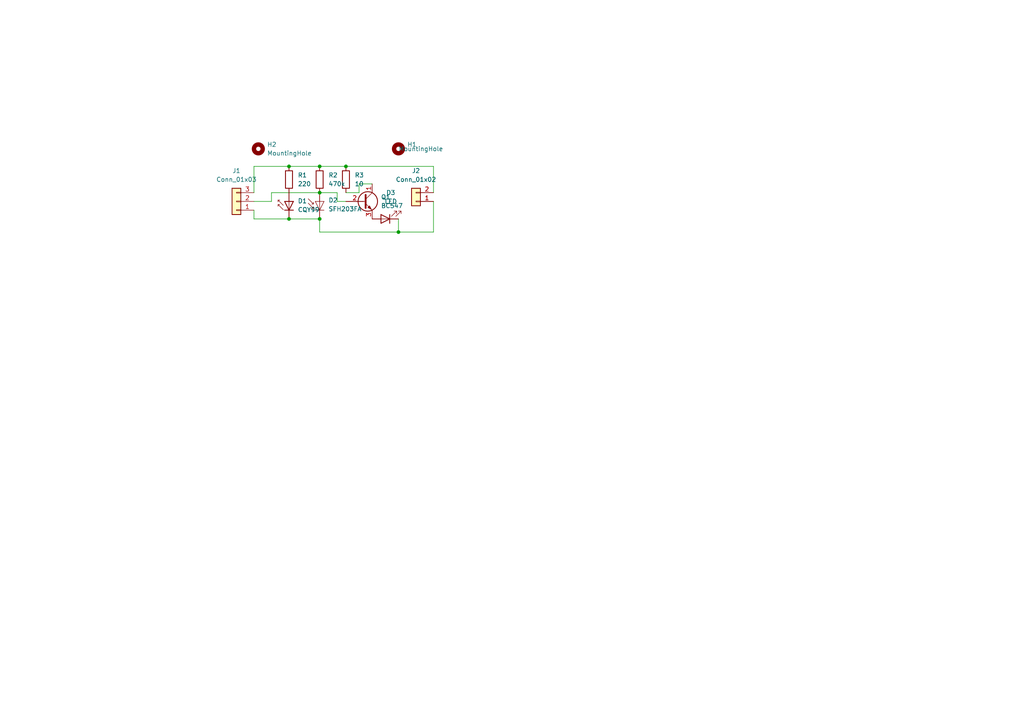
<source format=kicad_sch>
(kicad_sch (version 20211123) (generator eeschema)
  (paper "A4")
  (lib_symbols
    (symbol "Connector_Generic:Conn_01x02" (pin_names (offset 1.016) hide)
      (property "Reference" "J" (at 0 2.54 0))
      (property "Value" "Conn_01x02" (at 0 -5.08 0))
      (symbol "Conn_01x02_1_1"
        (rectangle (start -1.27 -2.413) (end 0 -2.667) (stroke (width 0.1524)))
        (rectangle (start -1.27 0.127) (end 0 -0.127) (stroke (width 0.1524)))
        (rectangle (start -1.27 1.27) (end 1.27 -3.81) (stroke (width 0.254)) (fill (type background)))
        (pin passive line (at -5.08 0 0) (length 3.81) (name "Pin_1") (number "1"))
        (pin passive line (at -5.08 -2.54 0) (length 3.81) (name "Pin_2") (number "2"))
      )
    )
    (symbol "Connector_Generic:Conn_01x03" (pin_names (offset 1.016) hide)
      (property "Reference" "J" (at 0 5.08 0))
      (property "Value" "Conn_01x03" (at 0 -5.08 0))
      (symbol "Conn_01x03_1_1"
        (rectangle (start -1.27 -2.413) (end 0 -2.667) (stroke (width 0.1524)))
        (rectangle (start -1.27 0.127) (end 0 -0.127) (stroke (width 0.1524)))
        (rectangle (start -1.27 2.667) (end 0 2.413) (stroke (width 0.1524)))
        (rectangle (start -1.27 3.81) (end 1.27 -3.81) (stroke (width 0.254)) (fill (type background)))
        (pin passive line (at -5.08 2.54 0) (length 3.81) (name "Pin_1") (number "1"))
        (pin passive line (at -5.08 0 0) (length 3.81) (name "Pin_2") (number "2"))
        (pin passive line (at -5.08 -2.54 0) (length 3.81) (name "Pin_3") (number "3"))
      )
    )
    (symbol "Device:LED" (pin_numbers hide) (pin_names (offset 1.016) hide)
      (property "Reference" "D" (at 0 2.54 0))
      (property "Value" "LED" (at 0 -2.54 0))
      (symbol "LED_0_1"
        (polyline (pts (xy -1.27 -1.27) (xy -1.27 1.27)) (stroke (width 0.254)))
        (polyline (pts (xy -1.27 0) (xy 1.27 0)))
        (polyline (pts (xy 1.27 -1.27) (xy 1.27 1.27) (xy -1.27 0) (xy 1.27 -1.27)) (stroke (width 0.254)))
        (polyline (pts (xy -3.048 -0.762) (xy -4.572 -2.286) (xy -3.81 -2.286) (xy -4.572 -2.286) (xy -4.572 -1.524)))
        (polyline (pts (xy -1.778 -0.762) (xy -3.302 -2.286) (xy -2.54 -2.286) (xy -3.302 -2.286) (xy -3.302 -1.524)))
      )
      (symbol "LED_1_1"
        (pin passive line (at -3.81 0 0) (length 2.54) (name "K") (number "1"))
        (pin passive line (at 3.81 0 180) (length 2.54) (name "A") (number "2"))
      )
    )
    (symbol "Device:R" (pin_numbers hide) (pin_names (offset 0))
      (property "Reference" "R" (at 2.032 0 90))
      (property "Value" "R" (at 0 0 90))
      (symbol "R_0_1"
        (rectangle (start -1.016 -2.54) (end 1.016 2.54) (stroke (width 0.254)))
      )
      (symbol "R_1_1"
        (pin passive line (at 0 3.81 270) (length 1.27) (name "~") (number "1"))
        (pin passive line (at 0 -3.81 90) (length 1.27) (name "~") (number "2"))
      )
    )
    (symbol "LED:CQY99" (pin_numbers hide) (pin_names (offset 1.016) hide)
      (property "Reference" "D" (at 0.508 1.778 0))
      (property "Value" "CQY99" (at -1.016 -2.794 0))
      (symbol "CQY99_0_1"
        (polyline (pts (xy -2.54 1.27) (xy -2.54 -1.27)) (stroke (width 0.254)))
        (polyline (pts (xy 0 0) (xy -2.54 0)))
        (polyline (pts (xy 0.381 3.175) (xy -0.127 3.175)))
        (polyline (pts (xy -1.143 1.651) (xy 0.381 3.175) (xy 0.381 2.667)))
        (polyline (pts (xy 0 -1.27) (xy -2.54 0) (xy 0 1.27) (xy 0 -1.27)) (stroke (width 0.254)))
        (polyline (pts (xy -2.413 1.651) (xy -0.889 3.175) (xy -0.889 2.667) (xy -0.889 3.175) (xy -1.397 3.175)))
      )
      (symbol "CQY99_1_1"
        (pin passive line (at -5.08 0 0) (length 2.54) (name "K") (number "1"))
        (pin passive line (at 2.54 0 180) (length 2.54) (name "A") (number "2"))
      )
    )
    (symbol "Mechanical:MountingHole" (pin_names (offset 1.016))
      (property "Reference" "H" (at 0 5.08 0))
      (property "Value" "MountingHole" (at 0 3.175 0))
      (symbol "MountingHole_0_1"
        (circle (center 0 0) (radius 1.27) (stroke (width 1.27)))
      )
    )
    (symbol "Sensor_Optical:SFH203FA" (pin_numbers hide) (pin_names hide)
      (property "Reference" "D" (at 0.508 1.778 0))
      (property "Value" "SFH203FA" (at -1.016 -2.794 0))
      (symbol "SFH203FA_0_1"
        (polyline (pts (xy -2.54 0) (xy 0 0)))
        (polyline (pts (xy -2.54 1.27) (xy -2.54 -1.27)) (stroke (width 0.1524)))
        (polyline (pts (xy -2.032 1.778) (xy -1.524 1.778)))
        (polyline (pts (xy 0 -1.27) (xy 0 1.27)))
        (polyline (pts (xy -0.508 3.302) (xy -2.032 1.778) (xy -2.032 2.286)))
        (polyline (pts (xy 0 1.27) (xy -2.54 0) (xy 0 -1.27)))
        (polyline (pts (xy 0.762 3.302) (xy -0.762 1.778) (xy -0.762 2.286) (xy -0.762 1.778) (xy -0.254 1.778)))
      )
      (symbol "SFH203FA_1_1"
        (pin passive line (at -5.08 0 0) (length 2.54) (name "K") (number "1"))
        (pin passive line (at 2.54 0 180) (length 2.54) (name "A") (number "2"))
      )
    )
    (symbol "Transistor_BJT:BC547" (pin_names (offset 0) hide)
      (property "Reference" "Q" (at 5.08 1.905 0))
      (property "Value" "BC547" (at 5.08 0 0))
      (symbol "BC547_0_1"
        (polyline (pts (xy 0 0) (xy 0.635 0)))
        (polyline (pts (xy 0.635 0.635) (xy 2.54 2.54)))
        (polyline (pts (xy 0.635 -0.635) (xy 2.54 -2.54) (xy 2.54 -2.54)))
        (polyline (pts (xy 0.635 1.905) (xy 0.635 -1.905) (xy 0.635 -1.905)) (stroke (width 0.508)))
        (polyline (pts (xy 1.27 -1.778) (xy 1.778 -1.27) (xy 2.286 -2.286) (xy 1.27 -1.778) (xy 1.27 -1.778)) (fill (type outline)))
        (circle (center 1.27 0) (radius 2.8194) (stroke (width 0.254)))
      )
      (symbol "BC547_1_1"
        (pin passive line (at 2.54 5.08 270) (length 2.54) (name "C") (number "1"))
        (pin input line (at -5.08 0 0) (length 5.08) (name "B") (number "2"))
        (pin passive line (at 2.54 -5.08 90) (length 2.54) (name "E") (number "3"))
      )
    )
  )
  (junction (at 92.71 48.26))
  (junction (at 92.71 55.88))
  (junction (at 115.57 67.31))
  (junction (at 100.33 48.26))
  (junction (at 83.82 63.5))
  (junction (at 92.71 63.5))
  (junction (at 83.82 48.26))
  (wire (pts (xy 125.73 58.42) (xy 125.73 67.31)))
  (wire (pts (xy 100.33 48.26) (xy 125.73 48.26)))
  (wire (pts (xy 100.33 58.42) (xy 97.79 58.42)))
  (wire (pts (xy 73.66 58.42) (xy 78.74 58.42)))
  (wire (pts (xy 100.33 48.26) (xy 92.71 48.26)))
  (wire (pts (xy 125.73 48.26) (xy 125.73 55.88)))
  (wire (pts (xy 115.57 67.31) (xy 92.71 67.31)))
  (wire (pts (xy 97.79 55.88) (xy 92.71 55.88)))
  (wire (pts (xy 73.66 63.5) (xy 83.82 63.5)))
  (wire (pts (xy 115.57 63.5) (xy 115.57 67.31)))
  (wire (pts (xy 107.95 53.34) (xy 104.14 53.34)))
  (wire (pts (xy 73.66 60.96) (xy 73.66 63.5)))
  (wire (pts (xy 104.14 53.34) (xy 104.14 55.88)))
  (wire (pts (xy 97.79 58.42) (xy 97.79 55.88)))
  (wire (pts (xy 83.82 63.5) (xy 92.71 63.5)))
  (wire (pts (xy 78.74 55.88) (xy 92.71 55.88)))
  (wire (pts (xy 104.14 55.88) (xy 100.33 55.88)))
  (wire (pts (xy 125.73 67.31) (xy 115.57 67.31)))
  (wire (pts (xy 73.66 55.88) (xy 73.66 48.26)))
  (wire (pts (xy 73.66 48.26) (xy 83.82 48.26)))
  (wire (pts (xy 92.71 67.31) (xy 92.71 63.5)))
  (wire (pts (xy 92.71 48.26) (xy 83.82 48.26)))
  (wire (pts (xy 78.74 58.42) (xy 78.74 55.88)))
  (symbol (lib_id "Connector_Generic:Conn_01x02") (at 120.65 58.42 180) (unit 1)
    (property "Reference" "J2" (at 120.65 49.53 0))
    (property "Value" "Conn_01x02" (at 120.65 52.07 0))
    (property "Footprint" "Connector_PinHeader_2.54mm:PinHeader_1x02_P2.54mm_Vertical" (effects hide))
  )
  (symbol (lib_id "Transistor_BJT:BC547") (at 105.41 58.42 0) (unit 1)
    (property "Reference" "Q1" (at 110.49 57.1499 0) (effects (justify left)))
    (property "Value" "BC547" (at 110.49 59.6899 0) (effects (justify left)))
    (property "Footprint" "Package_TO_SOT_THT:TO-92L_Inline_Wide" (effects hide))
    (property "Datasheet" "https://www.onsemi.com/pub/Collateral/BC550-D.pdf" (effects hide))
  )
  (symbol (lib_id "Device:R") (at 100.33 52.07 0) (unit 1)
    (property "Reference" "R3" (at 102.87 50.7999 0) (effects (justify left)))
    (property "Value" "10" (at 102.87 53.3399 0) (effects (justify left)))
    (property "Footprint" "Resistor_THT:R_Axial_DIN0207_L6.3mm_D2.5mm_P7.62mm_Horizontal" (effects hide))
  )
  (symbol (lib_id "Mechanical:MountingHole") (at 74.93 43.18 0) (unit 1)
    (property "Reference" "H2" (at 77.47 41.9099 0) (effects (justify left)))
    (property "Value" "MountingHole" (at 77.47 44.4499 0) (effects (justify left)))
    (property "Footprint" "MountingHole:MountingHole_2.2mm_M2_DIN965" (effects hide))
  )
  (symbol (lib_id "Sensor_Optical:SFH203FA") (at 92.71 58.42 90) (unit 1)
    (property "Reference" "D2" (at 95.25 58.077 90) (effects (justify right)))
    (property "Value" "SFH203FA" (at 95.25 60.617 90) (effects (justify right)))
    (property "Footprint" "LED_THT:LED_D5.0mm_IRGrey" (effects hide))
    (property "Datasheet" "http://www.osram-os.com/Graphics/XPic9/00101656_0.pdf/SFH%20203,%20SFH%20203%20FA,%20Lead%20(Pb)%20Free%20Product%20-%20RoHS%20Compliant.pdf" (effects hide))
  )
  (symbol (lib_id "Device:R") (at 92.71 52.07 0) (unit 1)
    (property "Reference" "R2" (at 95.25 50.7999 0) (effects (justify left)))
    (property "Value" "470k" (at 95.25 53.3399 0) (effects (justify left)))
    (property "Footprint" "Resistor_THT:R_Axial_DIN0207_L6.3mm_D2.5mm_P7.62mm_Horizontal" (effects hide))
  )
  (symbol (lib_id "LED:CQY99") (at 83.82 58.42 90) (unit 1)
    (property "Reference" "D1" (at 86.36 58.2929 90) (effects (justify right)))
    (property "Value" "CQY99" (at 86.36 60.8329 90) (effects (justify right)))
    (property "Footprint" "LED_THT:LED_D5.0mm_IRGrey" (effects hide))
    (property "Datasheet" "https://www.prtice.info/IMG/pdf/CQY99.pdf" (effects hide))
  )
  (symbol (lib_id "Connector_Generic:Conn_01x03") (at 68.58 58.42 180) (unit 1)
    (property "Reference" "J1" (at 68.58 49.53 0))
    (property "Value" "Conn_01x03" (at 68.58 52.07 0))
    (property "Footprint" "Connector_PinHeader_2.54mm:PinHeader_1x03_P2.54mm_Vertical" (effects hide))
  )
  (symbol (lib_id "Mechanical:MountingHole") (at 115.57 43.18 0) (unit 1)
    (property "Reference" "H1" (at 118.11 41.9099 0) (effects (justify left)))
    (property "Value" "MountingHole" (at 115.57 43.18 0) (effects (justify left)))
    (property "Footprint" "MountingHole:MountingHole_2.2mm_M2_DIN965" (effects hide))
  )
  (symbol (lib_id "Device:R") (at 83.82 52.07 0) (unit 1)
    (property "Reference" "R1" (at 86.36 50.7999 0) (effects (justify left)))
    (property "Value" "220" (at 86.36 53.3399 0) (effects (justify left)))
    (property "Footprint" "Resistor_THT:R_Axial_DIN0207_L6.3mm_D2.5mm_P7.62mm_Horizontal" (effects hide))
  )
  (symbol (lib_id "Device:LED") (at 111.76 63.5 180) (unit 1)
    (property "Reference" "D3" (at 113.3475 55.88 0))
    (property "Value" "LED" (at 113.3475 58.42 0))
    (property "Footprint" "LED_THT:LED_D5.0mm" (effects hide))
  )
)
</source>
